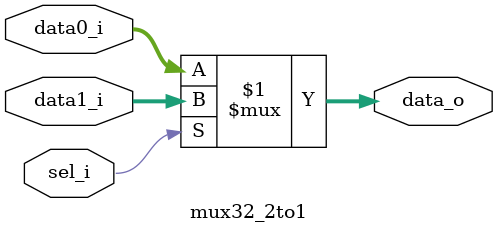
<source format=v>
module mux32_2to1 (
    input  wire [31:0] data0_i, // Đầu vào 32-bit thứ nhất
    input  wire [31:0] data1_i, // Đầu vào 32-bit thứ hai
    input  wire        sel_i,   // Tín hiệu điều khiển
    output wire [31:0] data_o   // Đầu ra 32-bit
);

    // Logic chọn dữ liệu đầu ra dựa trên tín hiệu điều khiển
    assign data_o = (sel_i) ? data1_i : data0_i;

endmodule
</source>
